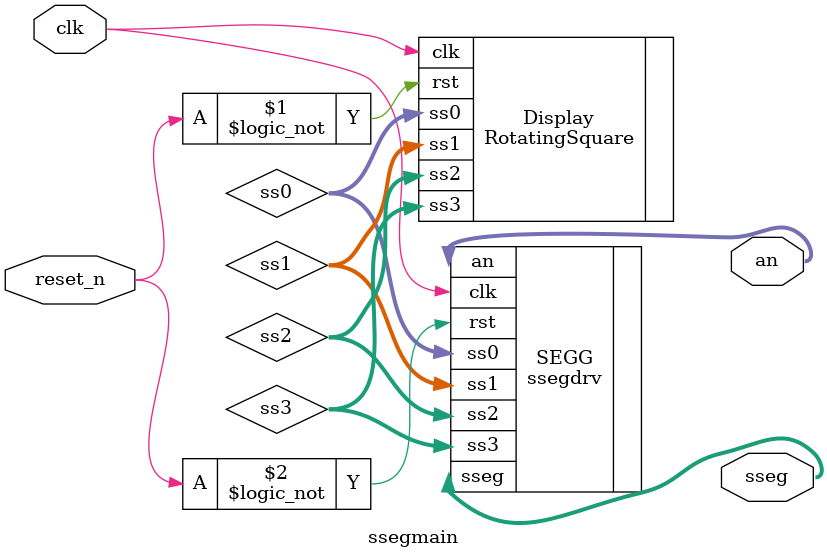
<source format=sv>
`timescale 1ns / 1ps


module ssegmain(
    input logic clk,
    input logic reset_n,
    output [7:0] sseg,
    output [7:0] an
    );
    
    
    logic [7:0] ss0;
    logic [7:0] ss1;
    logic [7:0] ss2;
    logic [7:0] ss3;
    
   RotatingSquare Display(
        .clk(clk),
        .rst(!reset_n),
        .ss0(ss0),
        .ss1(ss1),
        .ss2(ss2),
        .ss3(ss3)
    );
    
  
    ssegdrv SEGG(
        .clk(clk),
        .rst(!reset_n),
        .ss0(ss0),
        .ss1(ss1),
        .ss2(ss2),
        .ss3(ss3),
        .sseg(sseg),
        .an(an)
    );
    
endmodule

</source>
